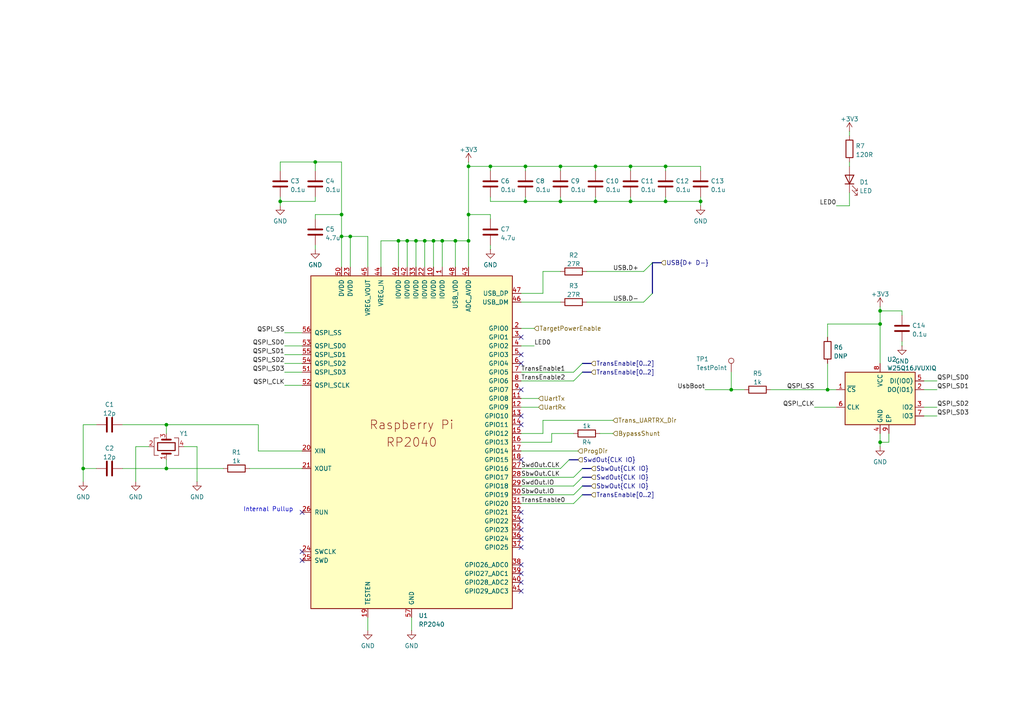
<source format=kicad_sch>
(kicad_sch (version 20231120) (generator "eeschema") (generator_version "8.0")
  (paper "A4")
  (lib_symbols
    (symbol "Connector:TestPoint" (pin_numbers hide) (pin_names (offset 0.762) hide)
      (property "Reference" "TP" (at 0 6.858 0))
      (property "Value" "TestPoint" (at 0 5.08 0))
      (symbol "TestPoint_0_1"
        (circle (center 0 3.302) (radius 0.762))
      )
      (symbol "TestPoint_1_1"
        (pin passive line (at 0 0 90) (length 2.54) (name "1") (number "1"))
      )
    )
    (symbol "Device:C" (pin_numbers hide) (pin_names (offset 0.254))
      (property "Reference" "C" (at 0.635 2.54 0))
      (property "Value" "C" (at 0.635 -2.54 0))
      (symbol "C_0_1"
        (polyline (pts (xy -2.032 -0.762) (xy 2.032 -0.762)) (stroke (width 0.508)))
        (polyline (pts (xy -2.032 0.762) (xy 2.032 0.762)) (stroke (width 0.508)))
      )
      (symbol "C_1_1"
        (pin passive line (at 0 3.81 270) (length 2.794) (name "~") (number "1"))
        (pin passive line (at 0 -3.81 90) (length 2.794) (name "~") (number "2"))
      )
    )
    (symbol "Device:Crystal_GND24" (pin_names (offset 1.016) hide)
      (property "Reference" "Y" (at 3.175 5.08 0))
      (property "Value" "Crystal_GND24" (at 3.175 3.175 0))
      (symbol "Crystal_GND24_0_1"
        (rectangle (start -1.143 2.54) (end 1.143 -2.54) (stroke (width 0.3048)))
        (polyline (pts (xy -2.54 0) (xy -2.032 0)))
        (polyline (pts (xy -2.032 -1.27) (xy -2.032 1.27)) (stroke (width 0.508)))
        (polyline (pts (xy 0 -3.81) (xy 0 -3.556)))
        (polyline (pts (xy 0 3.556) (xy 0 3.81)))
        (polyline (pts (xy 2.032 -1.27) (xy 2.032 1.27)) (stroke (width 0.508)))
        (polyline (pts (xy 2.032 0) (xy 2.54 0)))
        (polyline (pts (xy -2.54 -2.286) (xy -2.54 -3.556) (xy 2.54 -3.556) (xy 2.54 -2.286)))
        (polyline (pts (xy -2.54 2.286) (xy -2.54 3.556) (xy 2.54 3.556) (xy 2.54 2.286)))
      )
      (symbol "Crystal_GND24_1_1"
        (pin passive line (at -3.81 0 0) (length 1.27) (name "1") (number "1"))
        (pin passive line (at 0 5.08 270) (length 1.27) (name "2") (number "2"))
        (pin passive line (at 3.81 0 180) (length 1.27) (name "3") (number "3"))
        (pin passive line (at 0 -5.08 90) (length 1.27) (name "4") (number "4"))
      )
    )
    (symbol "Device:LED" (pin_numbers hide) (pin_names (offset 1.016) hide)
      (property "Reference" "D" (at 0 2.54 0))
      (property "Value" "LED" (at 0 -2.54 0))
      (symbol "LED_0_1"
        (polyline (pts (xy -1.27 -1.27) (xy -1.27 1.27)) (stroke (width 0.254)))
        (polyline (pts (xy -1.27 0) (xy 1.27 0)))
        (polyline (pts (xy 1.27 -1.27) (xy 1.27 1.27) (xy -1.27 0) (xy 1.27 -1.27)) (stroke (width 0.254)))
        (polyline (pts (xy -3.048 -0.762) (xy -4.572 -2.286) (xy -3.81 -2.286) (xy -4.572 -2.286) (xy -4.572 -1.524)))
        (polyline (pts (xy -1.778 -0.762) (xy -3.302 -2.286) (xy -2.54 -2.286) (xy -3.302 -2.286) (xy -3.302 -1.524)))
      )
      (symbol "LED_1_1"
        (pin passive line (at -3.81 0 0) (length 2.54) (name "K") (number "1"))
        (pin passive line (at 3.81 0 180) (length 2.54) (name "A") (number "2"))
      )
    )
    (symbol "Device:R" (pin_numbers hide) (pin_names (offset 0))
      (property "Reference" "R" (at 2.032 0 90))
      (property "Value" "R" (at 0 0 90))
      (symbol "R_0_1"
        (rectangle (start -1.016 -2.54) (end 1.016 2.54) (stroke (width 0.254)))
      )
      (symbol "R_1_1"
        (pin passive line (at 0 3.81 270) (length 1.27) (name "~") (number "1"))
        (pin passive line (at 0 -3.81 90) (length 1.27) (name "~") (number "2"))
      )
    )
    (symbol "power:+3V3" (power) (pin_numbers hide) (pin_names (offset 0) hide)
      (property "Value" "+3V3" (at 0 3.556 0))
      (symbol "+3V3_0_1"
        (polyline (pts (xy -0.762 1.27) (xy 0 2.54)))
        (polyline (pts (xy 0 0) (xy 0 2.54)))
        (polyline (pts (xy 0 2.54) (xy 0.762 1.27)))
      )
      (symbol "+3V3_1_1"
        (pin power_in line (at 0 0 90) (length 0) (name "~") (number "1"))
      )
    )
    (symbol "power:GND" (power) (pin_numbers hide) (pin_names (offset 0) hide)
      (property "Value" "GND" (at 0 -3.81 0))
      (symbol "GND_0_1"
        (polyline (pts (xy 0 0) (xy 0 -1.27) (xy 1.27 -1.27) (xy 0 -2.54) (xy -1.27 -1.27) (xy 0 -1.27)))
      )
      (symbol "GND_1_1"
        (pin power_in line (at 0 0 270) (length 0) (name "~") (number "1"))
      )
    )
    (symbol "voltix:RP2040" (pin_names (offset 1.016))
      (property "Reference" "U" (at -29.21 49.53 0))
      (property "Value" "RP2040" (at 24.13 -49.53 0))
      (symbol "RP2040_0_0"
        (text "Raspberry Pi" (at 0 5.08 0) (effects (font (size 2.54 2.54))))
        (text "RP2040" (at 0 0 0) (effects (font (size 2.54 2.54))))
      )
      (symbol "RP2040_0_1"
        (rectangle (start 29.21 48.26) (end -29.21 -48.26) (stroke (width 0.254)) (fill (type background)))
      )
      (symbol "RP2040_1_1"
        (pin power_in line (at 8.89 50.8 270) (length 2.54) (name "IOVDD") (number "1"))
        (pin power_in line (at 6.35 50.8 270) (length 2.54) (name "IOVDD") (number "10"))
        (pin bidirectional line (at 31.75 12.7 180) (length 2.54) (name "GPIO8") (number "11"))
        (pin bidirectional line (at 31.75 10.16 180) (length 2.54) (name "GPIO9") (number "12"))
        (pin bidirectional line (at 31.75 7.62 180) (length 2.54) (name "GPIO10") (number "13"))
        (pin bidirectional line (at 31.75 5.08 180) (length 2.54) (name "GPIO11") (number "14"))
        (pin bidirectional line (at 31.75 2.54 180) (length 2.54) (name "GPIO12") (number "15"))
        (pin bidirectional line (at 31.75 0 180) (length 2.54) (name "GPIO13") (number "16"))
        (pin bidirectional line (at 31.75 -2.54 180) (length 2.54) (name "GPIO14") (number "17"))
        (pin bidirectional line (at 31.75 -5.08 180) (length 2.54) (name "GPIO15") (number "18"))
        (pin passive line (at -12.7 -50.8 90) (length 2.54) (name "TESTEN") (number "19"))
        (pin bidirectional line (at 31.75 33.02 180) (length 2.54) (name "GPIO0") (number "2"))
        (pin input line (at -31.75 -2.54 0) (length 2.54) (name "XIN") (number "20"))
        (pin passive line (at -31.75 -7.62 0) (length 2.54) (name "XOUT") (number "21"))
        (pin power_in line (at 3.81 50.8 270) (length 2.54) (name "IOVDD") (number "22"))
        (pin power_in line (at -17.78 50.8 270) (length 2.54) (name "DVDD") (number "23"))
        (pin output line (at -31.75 -31.75 0) (length 2.54) (name "SWCLK") (number "24"))
        (pin bidirectional line (at -31.75 -34.29 0) (length 2.54) (name "SWD") (number "25"))
        (pin input line (at -31.75 -20.32 0) (length 2.54) (name "RUN") (number "26"))
        (pin bidirectional line (at 31.75 -7.62 180) (length 2.54) (name "GPIO16") (number "27"))
        (pin bidirectional line (at 31.75 -10.16 180) (length 2.54) (name "GPIO17") (number "28"))
        (pin bidirectional line (at 31.75 -12.7 180) (length 2.54) (name "GPIO18") (number "29"))
        (pin bidirectional line (at 31.75 30.48 180) (length 2.54) (name "GPIO1") (number "3"))
        (pin bidirectional line (at 31.75 -15.24 180) (length 2.54) (name "GPIO19") (number "30"))
        (pin bidirectional line (at 31.75 -17.78 180) (length 2.54) (name "GPIO20") (number "31"))
        (pin bidirectional line (at 31.75 -20.32 180) (length 2.54) (name "GPIO21") (number "32"))
        (pin power_in line (at 1.27 50.8 270) (length 2.54) (name "IOVDD") (number "33"))
        (pin bidirectional line (at 31.75 -22.86 180) (length 2.54) (name "GPIO22") (number "34"))
        (pin bidirectional line (at 31.75 -25.4 180) (length 2.54) (name "GPIO23") (number "35"))
        (pin bidirectional line (at 31.75 -27.94 180) (length 2.54) (name "GPIO24") (number "36"))
        (pin bidirectional line (at 31.75 -30.48 180) (length 2.54) (name "GPIO25") (number "37"))
        (pin bidirectional line (at 31.75 -35.56 180) (length 2.54) (name "GPIO26_ADC0") (number "38"))
        (pin bidirectional line (at 31.75 -38.1 180) (length 2.54) (name "GPIO27_ADC1") (number "39"))
        (pin bidirectional line (at 31.75 27.94 180) (length 2.54) (name "GPIO2") (number "4"))
        (pin bidirectional line (at 31.75 -40.64 180) (length 2.54) (name "GPIO28_ADC2") (number "40"))
        (pin bidirectional line (at 31.75 -43.18 180) (length 2.54) (name "GPIO29_ADC3") (number "41"))
        (pin power_in line (at -1.27 50.8 270) (length 2.54) (name "IOVDD") (number "42"))
        (pin power_in line (at 16.51 50.8 270) (length 2.54) (name "ADC_AVDD") (number "43"))
        (pin power_in line (at -8.89 50.8 270) (length 2.54) (name "VREG_IN") (number "44"))
        (pin power_out line (at -12.7 50.8 270) (length 2.54) (name "VREG_VOUT") (number "45"))
        (pin bidirectional line (at 31.75 40.64 180) (length 2.54) (name "USB_DM") (number "46"))
        (pin bidirectional line (at 31.75 43.18 180) (length 2.54) (name "USB_DP") (number "47"))
        (pin power_in line (at 12.7 50.8 270) (length 2.54) (name "USB_VDD") (number "48"))
        (pin power_in line (at -3.81 50.8 270) (length 2.54) (name "IOVDD") (number "49"))
        (pin bidirectional line (at 31.75 25.4 180) (length 2.54) (name "GPIO3") (number "5"))
        (pin power_in line (at -20.32 50.8 270) (length 2.54) (name "DVDD") (number "50"))
        (pin bidirectional line (at -31.75 20.32 0) (length 2.54) (name "QSPI_SD3") (number "51"))
        (pin output line (at -31.75 16.51 0) (length 2.54) (name "QSPI_SCLK") (number "52"))
        (pin bidirectional line (at -31.75 27.94 0) (length 2.54) (name "QSPI_SD0") (number "53"))
        (pin bidirectional line (at -31.75 22.86 0) (length 2.54) (name "QSPI_SD2") (number "54"))
        (pin bidirectional line (at -31.75 25.4 0) (length 2.54) (name "QSPI_SD1") (number "55"))
        (pin bidirectional line (at -31.75 31.75 0) (length 2.54) (name "QSPI_SS") (number "56"))
        (pin power_in line (at 0 -50.8 90) (length 2.54) (name "GND") (number "57"))
        (pin bidirectional line (at 31.75 22.86 180) (length 2.54) (name "GPIO4") (number "6"))
        (pin bidirectional line (at 31.75 20.32 180) (length 2.54) (name "GPIO5") (number "7"))
        (pin bidirectional line (at 31.75 17.78 180) (length 2.54) (name "GPIO6") (number "8"))
        (pin bidirectional line (at 31.75 15.24 180) (length 2.54) (name "GPIO7") (number "9"))
      )
    )
    (symbol "voltix:W25Q16JVUXIQ"
      (property "Reference" "U" (at -8.89 8.89 0))
      (property "Value" "W25Q16JVUXIQ" (at 7.62 8.89 0))
      (symbol "W25Q16JVUXIQ_0_1"
        (rectangle (start -10.16 7.62) (end 10.16 -7.62) (stroke (width 0.254)) (fill (type background)))
      )
      (symbol "W25Q16JVUXIQ_1_1"
        (pin input line (at -12.7 2.54 0) (length 2.54) (name "~{CS}") (number "1"))
        (pin bidirectional line (at 12.7 2.54 180) (length 2.54) (name "DO(IO1)") (number "2"))
        (pin bidirectional line (at 12.7 -2.54 180) (length 2.54) (name "IO2") (number "3"))
        (pin power_in line (at 0 -10.16 90) (length 2.54) (name "GND") (number "4"))
        (pin bidirectional line (at 12.7 5.08 180) (length 2.54) (name "DI(IO0)") (number "5"))
        (pin input line (at -12.7 -2.54 0) (length 2.54) (name "CLK") (number "6"))
        (pin bidirectional line (at 12.7 -5.08 180) (length 2.54) (name "IO3") (number "7"))
        (pin power_in line (at 0 10.16 270) (length 2.54) (name "VCC") (number "8"))
        (pin passive line (at 2.54 -10.16 90) (length 2.54) (name "EP") (number "9"))
      )
    )
  )
  (junction (at 135.89 69.85))
  (junction (at 142.24 48.26))
  (junction (at 152.4 48.26))
  (junction (at 212.09 113.03))
  (junction (at 203.2 58.42))
  (junction (at 132.08 69.85))
  (junction (at 255.27 128.27))
  (junction (at 48.26 135.89))
  (junction (at 123.19 69.85))
  (junction (at 255.27 93.98))
  (junction (at 162.56 48.26))
  (junction (at 135.89 48.26))
  (junction (at 91.44 46.99))
  (junction (at 128.27 69.85))
  (junction (at 120.65 69.85))
  (junction (at 99.06 68.58))
  (junction (at 48.26 123.19))
  (junction (at 81.28 58.42))
  (junction (at 255.27 90.17))
  (junction (at 118.11 69.85))
  (junction (at 193.04 48.26))
  (junction (at 24.13 135.89))
  (junction (at 182.88 48.26))
  (junction (at 240.03 113.03))
  (junction (at 172.72 58.42))
  (junction (at 125.73 69.85))
  (junction (at 172.72 48.26))
  (junction (at 162.56 58.42))
  (junction (at 152.4 58.42))
  (junction (at 99.06 62.23))
  (junction (at 182.88 58.42))
  (junction (at 115.57 69.85))
  (junction (at 101.6 68.58))
  (junction (at 193.04 58.42))
  (junction (at 135.89 62.23))
  (no_connect (at 151.13 97.79))
  (no_connect (at 151.13 166.37))
  (no_connect (at 151.13 113.03))
  (no_connect (at 151.13 151.13))
  (no_connect (at 87.63 162.56))
  (no_connect (at 151.13 123.19))
  (no_connect (at 151.13 133.35))
  (no_connect (at 151.13 148.59))
  (no_connect (at 151.13 105.41))
  (no_connect (at 151.13 171.45))
  (no_connect (at 151.13 163.83))
  (no_connect (at 87.63 148.59))
  (no_connect (at 87.63 160.02))
  (no_connect (at 151.13 153.67))
  (no_connect (at 151.13 168.91))
  (no_connect (at 151.13 102.87))
  (no_connect (at 151.13 158.75))
  (no_connect (at 151.13 120.65))
  (no_connect (at 151.13 156.21))
  (bus_entry (at 189.23 85.09) (size -2.54 2.54))
  (bus_entry (at 168.91 143.51) (size -2.54 2.54))
  (bus_entry (at 168.91 105.41) (size -2.54 2.54))
  (bus_entry (at 165.1 133.35) (size -2.54 2.54))
  (bus_entry (at 168.91 107.95) (size -2.54 2.54))
  (bus_entry (at 168.91 140.97) (size -2.54 2.54))
  (bus_entry (at 168.91 138.43) (size -2.54 2.54))
  (bus_entry (at 189.23 76.2) (size -2.54 2.54))
  (bus_entry (at 168.91 135.89) (size -2.54 2.54))
  (wire (pts (xy 151.13 140.97) (xy 166.37 140.97)))
  (wire (pts (xy 135.89 69.85) (xy 135.89 77.47)))
  (wire (pts (xy 48.26 125.73) (xy 48.26 123.19)))
  (wire (pts (xy 255.27 88.9) (xy 255.27 90.17)))
  (wire (pts (xy 142.24 71.12) (xy 142.24 72.39)))
  (wire (pts (xy 151.13 95.25) (xy 154.94 95.25)))
  (wire (pts (xy 182.88 48.26) (xy 172.72 48.26)))
  (wire (pts (xy 101.6 77.47) (xy 101.6 68.58)))
  (wire (pts (xy 125.73 69.85) (xy 125.73 77.47)))
  (wire (pts (xy 91.44 71.12) (xy 91.44 72.39)))
  (wire (pts (xy 120.65 69.85) (xy 120.65 77.47)))
  (wire (pts (xy 151.13 107.95) (xy 166.37 107.95)))
  (wire (pts (xy 91.44 46.99) (xy 91.44 49.53)))
  (wire (pts (xy 255.27 125.73) (xy 255.27 128.27)))
  (wire (pts (xy 246.38 38.1) (xy 246.38 39.37)))
  (wire (pts (xy 119.38 179.07) (xy 119.38 182.88)))
  (wire (pts (xy 255.27 93.98) (xy 255.27 105.41)))
  (bus (pts (xy 168.91 105.41) (xy 171.45 105.41)))
  (wire (pts (xy 43.18 129.54) (xy 39.37 129.54)))
  (wire (pts (xy 157.48 85.09) (xy 151.13 85.09)))
  (wire (pts (xy 193.04 49.53) (xy 193.04 48.26)))
  (wire (pts (xy 267.97 113.03) (xy 271.78 113.03)))
  (bus (pts (xy 168.91 107.95) (xy 171.45 107.95)))
  (wire (pts (xy 82.55 105.41) (xy 87.63 105.41)))
  (wire (pts (xy 160.02 128.27) (xy 160.02 125.73)))
  (wire (pts (xy 212.09 107.95) (xy 212.09 113.03)))
  (bus (pts (xy 168.91 140.97) (xy 171.45 140.97)))
  (wire (pts (xy 91.44 57.15) (xy 91.44 58.42)))
  (wire (pts (xy 170.18 78.74) (xy 186.69 78.74)))
  (wire (pts (xy 57.15 129.54) (xy 57.15 139.7)))
  (wire (pts (xy 172.72 58.42) (xy 182.88 58.42)))
  (wire (pts (xy 132.08 69.85) (xy 135.89 69.85)))
  (wire (pts (xy 24.13 139.7) (xy 24.13 135.89)))
  (wire (pts (xy 142.24 48.26) (xy 135.89 48.26)))
  (wire (pts (xy 142.24 49.53) (xy 142.24 48.26)))
  (wire (pts (xy 132.08 69.85) (xy 132.08 77.47)))
  (wire (pts (xy 142.24 58.42) (xy 152.4 58.42)))
  (wire (pts (xy 135.89 46.99) (xy 135.89 48.26)))
  (wire (pts (xy 152.4 57.15) (xy 152.4 58.42)))
  (wire (pts (xy 151.13 115.57) (xy 156.21 115.57)))
  (wire (pts (xy 39.37 129.54) (xy 39.37 139.7)))
  (wire (pts (xy 142.24 63.5) (xy 142.24 62.23)))
  (wire (pts (xy 240.03 97.79) (xy 240.03 93.98)))
  (wire (pts (xy 123.19 69.85) (xy 125.73 69.85)))
  (wire (pts (xy 48.26 123.19) (xy 35.56 123.19)))
  (wire (pts (xy 142.24 57.15) (xy 142.24 58.42)))
  (wire (pts (xy 193.04 48.26) (xy 182.88 48.26)))
  (bus (pts (xy 168.91 143.51) (xy 171.45 143.51)))
  (wire (pts (xy 152.4 58.42) (xy 162.56 58.42)))
  (wire (pts (xy 35.56 135.89) (xy 48.26 135.89)))
  (wire (pts (xy 240.03 113.03) (xy 242.57 113.03)))
  (wire (pts (xy 162.56 57.15) (xy 162.56 58.42)))
  (wire (pts (xy 151.13 118.11) (xy 156.21 118.11)))
  (wire (pts (xy 257.81 125.73) (xy 257.81 128.27)))
  (wire (pts (xy 246.38 46.99) (xy 246.38 48.26)))
  (wire (pts (xy 257.81 128.27) (xy 255.27 128.27)))
  (wire (pts (xy 123.19 69.85) (xy 123.19 77.47)))
  (wire (pts (xy 162.56 78.74) (xy 157.48 78.74)))
  (wire (pts (xy 261.62 91.44) (xy 261.62 90.17)))
  (wire (pts (xy 91.44 62.23) (xy 99.06 62.23)))
  (wire (pts (xy 223.52 113.03) (xy 240.03 113.03)))
  (wire (pts (xy 151.13 143.51) (xy 166.37 143.51)))
  (wire (pts (xy 128.27 69.85) (xy 132.08 69.85)))
  (wire (pts (xy 151.13 128.27) (xy 160.02 128.27)))
  (wire (pts (xy 74.93 130.81) (xy 74.93 123.19)))
  (wire (pts (xy 203.2 49.53) (xy 203.2 48.26)))
  (wire (pts (xy 48.26 135.89) (xy 64.77 135.89)))
  (bus (pts (xy 191.77 76.2) (xy 189.23 76.2)))
  (wire (pts (xy 236.22 118.11) (xy 242.57 118.11)))
  (wire (pts (xy 99.06 46.99) (xy 99.06 62.23)))
  (bus (pts (xy 165.1 133.35) (xy 167.64 133.35)))
  (wire (pts (xy 157.48 125.73) (xy 151.13 125.73)))
  (wire (pts (xy 101.6 68.58) (xy 99.06 68.58)))
  (wire (pts (xy 82.55 111.76) (xy 87.63 111.76)))
  (wire (pts (xy 48.26 135.89) (xy 48.26 133.35)))
  (wire (pts (xy 91.44 46.99) (xy 99.06 46.99)))
  (wire (pts (xy 72.39 135.89) (xy 87.63 135.89)))
  (wire (pts (xy 81.28 57.15) (xy 81.28 58.42)))
  (bus (pts (xy 168.91 135.89) (xy 171.45 135.89)))
  (wire (pts (xy 53.34 129.54) (xy 57.15 129.54)))
  (wire (pts (xy 157.48 121.92) (xy 157.48 125.73)))
  (wire (pts (xy 110.49 77.47) (xy 110.49 69.85)))
  (wire (pts (xy 182.88 57.15) (xy 182.88 58.42)))
  (wire (pts (xy 135.89 48.26) (xy 135.89 62.23)))
  (wire (pts (xy 193.04 57.15) (xy 193.04 58.42)))
  (wire (pts (xy 255.27 90.17) (xy 255.27 93.98)))
  (wire (pts (xy 152.4 48.26) (xy 142.24 48.26)))
  (wire (pts (xy 172.72 57.15) (xy 172.72 58.42)))
  (wire (pts (xy 182.88 49.53) (xy 182.88 48.26)))
  (wire (pts (xy 82.55 100.33) (xy 87.63 100.33)))
  (wire (pts (xy 24.13 135.89) (xy 24.13 123.19)))
  (wire (pts (xy 203.2 48.26) (xy 193.04 48.26)))
  (wire (pts (xy 182.88 58.42) (xy 193.04 58.42)))
  (wire (pts (xy 151.13 87.63) (xy 162.56 87.63)))
  (wire (pts (xy 240.03 105.41) (xy 240.03 113.03)))
  (wire (pts (xy 82.55 96.52) (xy 87.63 96.52)))
  (wire (pts (xy 142.24 62.23) (xy 135.89 62.23)))
  (wire (pts (xy 24.13 123.19) (xy 27.94 123.19)))
  (wire (pts (xy 106.68 68.58) (xy 101.6 68.58)))
  (wire (pts (xy 82.55 107.95) (xy 87.63 107.95)))
  (wire (pts (xy 162.56 49.53) (xy 162.56 48.26)))
  (wire (pts (xy 106.68 179.07) (xy 106.68 182.88)))
  (wire (pts (xy 128.27 69.85) (xy 128.27 77.47)))
  (wire (pts (xy 267.97 120.65) (xy 271.78 120.65)))
  (wire (pts (xy 91.44 63.5) (xy 91.44 62.23)))
  (wire (pts (xy 48.26 123.19) (xy 74.93 123.19)))
  (wire (pts (xy 152.4 48.26) (xy 162.56 48.26)))
  (wire (pts (xy 240.03 93.98) (xy 255.27 93.98)))
  (wire (pts (xy 193.04 58.42) (xy 203.2 58.42)))
  (wire (pts (xy 115.57 69.85) (xy 115.57 77.47)))
  (wire (pts (xy 160.02 125.73) (xy 166.37 125.73)))
  (wire (pts (xy 118.11 69.85) (xy 118.11 77.47)))
  (bus (pts (xy 189.23 76.2) (xy 189.23 85.09)))
  (wire (pts (xy 87.63 130.81) (xy 74.93 130.81)))
  (wire (pts (xy 255.27 128.27) (xy 255.27 129.54)))
  (wire (pts (xy 151.13 100.33) (xy 154.94 100.33)))
  (wire (pts (xy 82.55 102.87) (xy 87.63 102.87)))
  (wire (pts (xy 118.11 69.85) (xy 120.65 69.85)))
  (wire (pts (xy 115.57 69.85) (xy 118.11 69.85)))
  (wire (pts (xy 91.44 58.42) (xy 81.28 58.42)))
  (wire (pts (xy 135.89 62.23) (xy 135.89 69.85)))
  (wire (pts (xy 242.57 59.69) (xy 246.38 59.69)))
  (wire (pts (xy 99.06 77.47) (xy 99.06 68.58)))
  (wire (pts (xy 157.48 78.74) (xy 157.48 85.09)))
  (wire (pts (xy 151.13 130.81) (xy 167.64 130.81)))
  (wire (pts (xy 110.49 69.85) (xy 115.57 69.85)))
  (wire (pts (xy 170.18 87.63) (xy 186.69 87.63)))
  (wire (pts (xy 152.4 49.53) (xy 152.4 48.26)))
  (wire (pts (xy 261.62 90.17) (xy 255.27 90.17)))
  (bus (pts (xy 168.91 138.43) (xy 171.45 138.43)))
  (wire (pts (xy 151.13 135.89) (xy 162.56 135.89)))
  (wire (pts (xy 261.62 99.06) (xy 261.62 100.33)))
  (wire (pts (xy 172.72 48.26) (xy 162.56 48.26)))
  (wire (pts (xy 246.38 55.88) (xy 246.38 59.69)))
  (wire (pts (xy 203.2 58.42) (xy 203.2 59.69)))
  (wire (pts (xy 99.06 62.23) (xy 99.06 68.58)))
  (wire (pts (xy 267.97 118.11) (xy 271.78 118.11)))
  (wire (pts (xy 172.72 49.53) (xy 172.72 48.26)))
  (wire (pts (xy 267.97 110.49) (xy 271.78 110.49)))
  (wire (pts (xy 173.99 125.73) (xy 177.8 125.73)))
  (wire (pts (xy 212.09 113.03) (xy 215.9 113.03)))
  (wire (pts (xy 203.2 57.15) (xy 203.2 58.42)))
  (wire (pts (xy 177.8 121.92) (xy 157.48 121.92)))
  (wire (pts (xy 151.13 110.49) (xy 166.37 110.49)))
  (wire (pts (xy 151.13 138.43) (xy 166.37 138.43)))
  (wire (pts (xy 120.65 69.85) (xy 123.19 69.85)))
  (wire (pts (xy 151.13 146.05) (xy 166.37 146.05)))
  (wire (pts (xy 106.68 77.47) (xy 106.68 68.58)))
  (wire (pts (xy 81.28 58.42) (xy 81.28 59.69)))
  (wire (pts (xy 81.28 46.99) (xy 91.44 46.99)))
  (wire (pts (xy 162.56 58.42) (xy 172.72 58.42)))
  (wire (pts (xy 125.73 69.85) (xy 128.27 69.85)))
  (wire (pts (xy 24.13 135.89) (xy 27.94 135.89)))
  (wire (pts (xy 81.28 49.53) (xy 81.28 46.99)))
  (wire (pts (xy 204.47 113.03) (xy 212.09 113.03)))
  (text "Internal Pullup" (at 85.09 148.59 0) (effects (font (size 1.27 1.27)) (justify right bottom)))
  (label "QSPI_SD2" (at 271.78 118.11 0))
  (label "QSPI_SD2" (at 82.55 105.41 180))
  (label "USB.D+" (at 177.8 78.74 0))
  (label "TransEnable2" (at 151.13 110.49 0))
  (label "SbwOut.IO" (at 151.13 143.51 0))
  (label "QSPI_CLK" (at 236.22 118.11 180))
  (label "QSPI_SD3" (at 271.78 120.65 0))
  (label "QSPI_SS" (at 82.55 96.52 180))
  (label "SbwOut.CLK" (at 151.13 138.43 0))
  (label "TransEnable1" (at 151.13 107.95 0))
  (label "UsbBoot" (at 204.47 113.03 180))
  (label "QSPI_SD1" (at 271.78 113.03 0))
  (label "SwdOut.CLK" (at 151.13 135.89 0))
  (label "SwdOut.IO" (at 151.13 140.97 0))
  (label "QSPI_SD3" (at 82.55 107.95 180))
  (label "QSPI_SD1" (at 82.55 102.87 180))
  (label "QSPI_SD0" (at 82.55 100.33 180))
  (label "LED0" (at 154.94 100.33 0))
  (label "LED0" (at 242.57 59.69 180))
  (label "QSPI_SD0" (at 271.78 110.49 0))
  (label "QSPI_CLK" (at 82.55 111.76 180))
  (label "USB.D-" (at 177.8 87.63 0))
  (label "QSPI_SS" (at 236.22 113.03 180))
  (label "TransEnable0" (at 151.13 146.05 0))
  (hierarchical_label "TransEnable[0..2]" (shape input) (at 171.45 143.51 0))
  (hierarchical_label "SbwOut{CLK IO}" (shape input) (at 171.45 135.89 0))
  (hierarchical_label "ProgDir" (shape input) (at 167.64 130.81 0))
  (hierarchical_label "UartRx" (shape input) (at 156.21 118.11 0))
  (hierarchical_label "TargetPowerEnable" (shape input) (at 154.94 95.25 0))
  (hierarchical_label "TransEnable[0..2]" (shape input) (at 171.45 105.41 0))
  (hierarchical_label "Trans_UARTRX_Dir" (shape input) (at 177.8 121.92 0))
  (hierarchical_label "UartTx" (shape input) (at 156.21 115.57 0))
  (hierarchical_label "SwdOut{CLK IO}" (shape input) (at 167.64 133.35 0))
  (hierarchical_label "TransEnable[0..2]" (shape input) (at 171.45 107.95 0))
  (hierarchical_label "BypassShunt" (shape input) (at 177.8 125.73 0))
  (hierarchical_label "SwdOut{CLK IO}" (shape input) (at 171.45 138.43 0))
  (hierarchical_label "SbwOut{CLK IO}" (shape input) (at 171.45 140.97 0))
  (hierarchical_label "USB{D+ D-}" (shape input) (at 191.77 76.2 0))
  (symbol (lib_id "Device:C") (at 142.24 53.34 0) (unit 1)
    (property "Reference" "C6" (at 145.161 52.5053 0) (effects (justify left)))
    (property "Value" "0.1u" (at 145.161 55.0422 0) (effects (justify left)))
    (property "Footprint" "Capacitor_SMD:C_0402_1005Metric" (effects (hide yes)))
    (property "Description" "CAP CER 0.1UF 25V X5R 0402" (effects (hide yes)))
    (property "MPN" "CL05A104KA5NNNC" (effects (hide yes)))
  )
  (symbol (lib_id "power:+3V3") (at 135.89 46.99 0) (unit 1)
    (property "Reference" "#PWR08" (effects (hide yes)))
    (property "Value" "+3V3" (at 135.89 43.4142 0))
    (property "Description" "Power symbol creates a global label with name \"+3V3\"" (effects (hide yes)))
  )
  (symbol (lib_id "Device:R") (at 166.37 87.63 90) (unit 1)
    (property "Reference" "R3" (at 166.37 82.9142 90))
    (property "Value" "27R" (at 166.37 85.4511 90))
    (property "Footprint" "Resistor_SMD:R_0402_1005Metric" (effects (hide yes)))
    (property "Description" "RES SMD 27 OHM 1% 1/16W 0402" (effects (hide yes)))
    (property "MPN" "CR0402-FX-27R0GLF" (effects (hide yes)))
  )
  (symbol (lib_id "power:GND") (at 106.68 182.88 0) (unit 1)
    (property "Reference" "#PWR06" (effects (hide yes)))
    (property "Value" "GND" (at 106.68 187.3234 0))
    (property "Description" "Power symbol creates a global label with name \"GND\" , ground" (effects (hide yes)))
  )
  (symbol (lib_id "Device:LED") (at 246.38 52.07 90) (unit 1)
    (property "Reference" "D1" (at 249.301 52.8228 90) (effects (justify right)))
    (property "Value" "LED" (at 249.301 55.3597 90) (effects (justify right)))
    (property "Footprint" "LED_SMD:LED_0402_1005Metric" (effects (hide yes)))
    (property "Description" "LED GREEN CLEAR 0402 SMD" (effects (hide yes)))
    (property "MPN" "QBLP595-AG1" (effects (hide yes)))
  )
  (symbol (lib_id "Device:Crystal_GND24") (at 48.26 129.54 90) (unit 1)
    (property "Reference" "Y1" (at 53.34 125.73 90))
    (property "Value" "Crystal_GND24" (effects (hide yes)))
    (property "Footprint" "voltix:RALTRON_RH100" (effects (hide yes)))
    (property "Description" "CRYSTAL 12.0MHZ 18PF SMD" (effects (hide yes)))
    (property "MPN" "RH100-12.000-18-2030-TR" (effects (hide yes)))
  )
  (symbol (lib_id "Device:R") (at 170.18 125.73 90) (unit 1)
    (property "Reference" "R4" (at 170.18 128.27 90))
    (property "Value" "1k" (at 170.18 123.5511 90))
    (property "Footprint" "Resistor_SMD:R_0402_1005Metric" (effects (hide yes)))
    (property "Description" "RES 1K OHM 1% 1/16W 0402" (effects (hide yes)))
    (property "MPN" "WR04X1001FTL" (effects (hide yes)))
  )
  (symbol (lib_id "voltix:RP2040") (at 119.38 128.27 0) (unit 1)
    (property "Reference" "U1" (at 121.3994 178.5604 0) (effects (justify left)))
    (property "Value" "RP2040" (at 121.3994 181.0973 0) (effects (justify left)))
    (property "Footprint" "voltix:RP_RP2040" (effects (hide yes)))
    (property "Description" "IC MCU 32BIT EXT MEM 56QFN" (effects (hide yes)))
    (property "MPN" "SC0914(13)" (effects (hide yes)))
  )
  (symbol (lib_id "Device:C") (at 81.28 53.34 0) (unit 1)
    (property "Reference" "C3" (at 84.201 52.5053 0) (effects (justify left)))
    (property "Value" "0.1u" (at 84.201 55.0422 0) (effects (justify left)))
    (property "Footprint" "Capacitor_SMD:C_0402_1005Metric" (effects (hide yes)))
    (property "Description" "CAP CER 0.1UF 25V X5R 0402" (effects (hide yes)))
    (property "MPN" "CL05A104KA5NNNC" (effects (hide yes)))
  )
  (symbol (lib_id "Device:C") (at 91.44 53.34 0) (unit 1)
    (property "Reference" "C4" (at 94.361 52.5053 0) (effects (justify left)))
    (property "Value" "0.1u" (at 94.361 55.0422 0) (effects (justify left)))
    (property "Footprint" "Capacitor_SMD:C_0402_1005Metric" (effects (hide yes)))
    (property "Description" "CAP CER 0.1UF 25V X5R 0402" (effects (hide yes)))
    (property "MPN" "CL05A104KA5NNNC" (effects (hide yes)))
  )
  (symbol (lib_id "Connector:TestPoint") (at 212.09 107.95 0) (unit 1) (in_bom no)
    (property "Reference" "TP1" (at 201.93 104.1431 0) (effects (justify left)))
    (property "Value" "TestPoint" (at 201.93 106.68 0) (effects (justify left)))
    (property "Footprint" "TestPoint:TestPoint_Pad_D1.0mm" (effects (hide yes)))
  )
  (symbol (lib_id "power:+3V3") (at 255.27 88.9 0) (unit 1)
    (property "Reference" "#PWR012" (effects (hide yes)))
    (property "Value" "+3V3" (at 255.27 85.3242 0))
    (property "Description" "Power symbol creates a global label with name \"+3V3\"" (effects (hide yes)))
  )
  (symbol (lib_id "Device:R") (at 240.03 101.6 0) (unit 1)
    (property "Reference" "R6" (at 241.808 100.7653 0) (effects (justify left)))
    (property "Value" "DNP" (at 241.808 103.3022 0) (effects (justify left)))
    (property "Footprint" "Resistor_SMD:R_0402_1005Metric" (effects (hide yes)))
    (property "Description" "DO NOT PLACE" (effects (hide yes)))
  )
  (symbol (lib_id "power:+3V3") (at 246.38 38.1 0) (unit 1)
    (property "Reference" "#PWR011" (effects (hide yes)))
    (property "Value" "+3V3" (at 246.38 34.5242 0))
    (property "Description" "Power symbol creates a global label with name \"+3V3\"" (effects (hide yes)))
  )
  (symbol (lib_id "Device:C") (at 193.04 53.34 0) (unit 1)
    (property "Reference" "C12" (at 195.961 52.5053 0) (effects (justify left)))
    (property "Value" "0.1u" (at 195.961 55.0422 0) (effects (justify left)))
    (property "Footprint" "Capacitor_SMD:C_0402_1005Metric" (effects (hide yes)))
    (property "Description" "CAP CER 0.1UF 25V X5R 0402" (effects (hide yes)))
    (property "MPN" "CL05A104KA5NNNC" (effects (hide yes)))
  )
  (symbol (lib_id "power:GND") (at 142.24 72.39 0) (unit 1)
    (property "Reference" "#PWR09" (effects (hide yes)))
    (property "Value" "GND" (at 142.24 76.8334 0))
    (property "Description" "Power symbol creates a global label with name \"GND\" , ground" (effects (hide yes)))
  )
  (symbol (lib_id "Device:C") (at 31.75 123.19 90) (unit 1)
    (property "Reference" "C1" (at 31.75 117.3312 90))
    (property "Value" "12p" (at 31.75 119.8681 90))
    (property "Footprint" "Capacitor_SMD:C_0402_1005Metric" (effects (hide yes)))
    (property "Description" "CAP CER 12PF 50V C0G/NP0 0402" (effects (hide yes)))
    (property "MPN" "04025A120JAT2A" (effects (hide yes)))
  )
  (symbol (lib_id "Device:C") (at 91.44 67.31 0) (unit 1)
    (property "Reference" "C5" (at 94.361 66.4753 0) (effects (justify left)))
    (property "Value" "4.7u" (at 94.361 69.0122 0) (effects (justify left)))
    (property "Footprint" "Capacitor_SMD:C_0402_1005Metric" (effects (hide yes)))
    (property "Description" "CAP CER 4.7UF 10V X5R 0402" (effects (hide yes)))
    (property "MPN" "CL05A475MP5NRNC" (effects (hide yes)))
  )
  (symbol (lib_id "power:GND") (at 255.27 129.54 0) (unit 1)
    (property "Reference" "#PWR013" (effects (hide yes)))
    (property "Value" "GND" (at 255.27 133.9834 0))
    (property "Description" "Power symbol creates a global label with name \"GND\" , ground" (effects (hide yes)))
  )
  (symbol (lib_id "voltix:W25Q16JVUXIQ") (at 255.27 115.57 0) (unit 1)
    (property "Reference" "U2" (at 257.2894 104.2502 0) (effects (justify left)))
    (property "Value" "W25Q16JVUXIQ" (at 257.2894 106.7871 0) (effects (justify left)))
    (property "Footprint" "voltix:WB_UX8" (effects (hide yes)))
    (property "Datasheet" "https://www.winbond.com/resource-files/w25q16jv%20spi%20revh%2004082019%20plus.pdf" (effects (hide yes)))
    (property "Description" "16Mbit SPI NOR flash" (effects (hide yes)))
    (property "MPN" "W25Q16JVUXIQ" (effects (hide yes)))
  )
  (symbol (lib_id "power:GND") (at 57.15 139.7 0) (unit 1)
    (property "Reference" "#PWR03" (effects (hide yes)))
    (property "Value" "GND" (at 57.15 144.1434 0))
    (property "Description" "Power symbol creates a global label with name \"GND\" , ground" (effects (hide yes)))
  )
  (symbol (lib_id "Device:C") (at 172.72 53.34 0) (unit 1)
    (property "Reference" "C10" (at 175.641 52.5053 0) (effects (justify left)))
    (property "Value" "0.1u" (at 175.641 55.0422 0) (effects (justify left)))
    (property "Footprint" "Capacitor_SMD:C_0402_1005Metric" (effects (hide yes)))
    (property "Description" "CAP CER 0.1UF 25V X5R 0402" (effects (hide yes)))
    (property "MPN" "CL05A104KA5NNNC" (effects (hide yes)))
  )
  (symbol (lib_id "Device:C") (at 162.56 53.34 0) (unit 1)
    (property "Reference" "C9" (at 165.481 52.5053 0) (effects (justify left)))
    (property "Value" "0.1u" (at 165.481 55.0422 0) (effects (justify left)))
    (property "Footprint" "Capacitor_SMD:C_0402_1005Metric" (effects (hide yes)))
    (property "Description" "CAP CER 0.1UF 25V X5R 0402" (effects (hide yes)))
    (property "MPN" "CL05A104KA5NNNC" (effects (hide yes)))
  )
  (symbol (lib_id "Device:R") (at 219.71 113.03 90) (unit 1)
    (property "Reference" "R5" (at 219.71 108.3142 90))
    (property "Value" "1k" (at 219.71 110.8511 90))
    (property "Footprint" "Resistor_SMD:R_0402_1005Metric" (effects (hide yes)))
    (property "Description" "RES 1K OHM 1% 1/16W 0402" (effects (hide yes)))
    (property "MPN" "WR04X1001FTL" (effects (hide yes)))
  )
  (symbol (lib_id "Device:C") (at 31.75 135.89 270) (unit 1)
    (property "Reference" "C2" (at 31.75 130.0312 90))
    (property "Value" "12p" (at 31.75 132.5681 90))
    (property "Footprint" "Capacitor_SMD:C_0402_1005Metric" (effects (hide yes)))
    (property "Description" "CAP CER 12PF 50V C0G/NP0 0402" (effects (hide yes)))
    (property "MPN" "04025A120JAT2A" (effects (hide yes)))
  )
  (symbol (lib_id "power:GND") (at 39.37 139.7 0) (unit 1)
    (property "Reference" "#PWR02" (effects (hide yes)))
    (property "Value" "GND" (at 39.37 144.1434 0))
    (property "Description" "Power symbol creates a global label with name \"GND\" , ground" (effects (hide yes)))
  )
  (symbol (lib_id "Device:C") (at 182.88 53.34 0) (unit 1)
    (property "Reference" "C11" (at 185.801 52.5053 0) (effects (justify left)))
    (property "Value" "0.1u" (at 185.801 55.0422 0) (effects (justify left)))
    (property "Footprint" "Capacitor_SMD:C_0402_1005Metric" (effects (hide yes)))
    (property "Description" "CAP CER 0.1UF 25V X5R 0402" (effects (hide yes)))
    (property "MPN" "CL05A104KA5NNNC" (effects (hide yes)))
  )
  (symbol (lib_id "Device:C") (at 261.62 95.25 0) (unit 1)
    (property "Reference" "C14" (at 264.541 94.4153 0) (effects (justify left)))
    (property "Value" "0.1u" (at 264.541 96.9522 0) (effects (justify left)))
    (property "Footprint" "Capacitor_SMD:C_0402_1005Metric" (effects (hide yes)))
    (property "Description" "CAP CER 0.1UF 25V X5R 0402" (effects (hide yes)))
    (property "MPN" "CL05A104KA5NNNC" (effects (hide yes)))
  )
  (symbol (lib_id "Device:C") (at 142.24 67.31 0) (unit 1)
    (property "Reference" "C7" (at 145.161 66.4753 0) (effects (justify left)))
    (property "Value" "4.7u" (at 145.161 69.0122 0) (effects (justify left)))
    (property "Footprint" "Capacitor_SMD:C_0402_1005Metric" (effects (hide yes)))
    (property "Description" "CAP CER 4.7UF 10V X5R 0402" (effects (hide yes)))
    (property "MPN" "CL05A475MP5NRNC" (effects (hide yes)))
  )
  (symbol (lib_id "power:GND") (at 91.44 72.39 0) (unit 1)
    (property "Reference" "#PWR05" (effects (hide yes)))
    (property "Value" "GND" (at 91.44 76.8334 0))
    (property "Description" "Power symbol creates a global label with name \"GND\" , ground" (effects (hide yes)))
  )
  (symbol (lib_id "Device:R") (at 68.58 135.89 90) (unit 1)
    (property "Reference" "R1" (at 68.58 131.1742 90))
    (property "Value" "1k" (at 68.58 133.7111 90))
    (property "Footprint" "Resistor_SMD:R_0402_1005Metric" (effects (hide yes)))
    (property "Description" "RES 1K OHM 1% 1/16W 0402" (effects (hide yes)))
    (property "MPN" "WR04X1001FTL" (effects (hide yes)))
  )
  (symbol (lib_id "Device:R") (at 246.38 43.18 0) (unit 1)
    (property "Reference" "R7" (at 248.158 42.3453 0) (effects (justify left)))
    (property "Value" "120R" (at 248.158 44.8822 0) (effects (justify left)))
    (property "Footprint" "Resistor_SMD:R_0402_1005Metric" (effects (hide yes)))
    (property "Description" "RES SMD 120 OHM 1% 1/16W 0402" (effects (hide yes)))
    (property "MPN" "CR0402-FX-1200GLF" (effects (hide yes)))
  )
  (symbol (lib_id "Device:R") (at 166.37 78.74 90) (unit 1)
    (property "Reference" "R2" (at 166.37 74.0242 90))
    (property "Value" "27R" (at 166.37 76.5611 90))
    (property "Footprint" "Resistor_SMD:R_0402_1005Metric" (effects (hide yes)))
    (property "Description" "RES SMD 27 OHM 1% 1/16W 0402" (effects (hide yes)))
    (property "MPN" "CR0402-FX-27R0GLF" (effects (hide yes)))
  )
  (symbol (lib_id "power:GND") (at 261.62 100.33 0) (unit 1)
    (property "Reference" "#PWR014" (effects (hide yes)))
    (property "Value" "GND" (at 261.62 104.7734 0))
    (property "Description" "Power symbol creates a global label with name \"GND\" , ground" (effects (hide yes)))
  )
  (symbol (lib_id "power:GND") (at 119.38 182.88 0) (unit 1)
    (property "Reference" "#PWR07" (effects (hide yes)))
    (property "Value" "GND" (at 119.38 187.3234 0))
    (property "Description" "Power symbol creates a global label with name \"GND\" , ground" (effects (hide yes)))
  )
  (symbol (lib_id "power:GND") (at 24.13 139.7 0) (unit 1)
    (property "Reference" "#PWR01" (effects (hide yes)))
    (property "Value" "GND" (at 24.13 144.1434 0))
    (property "Description" "Power symbol creates a global label with name \"GND\" , ground" (effects (hide yes)))
  )
  (symbol (lib_id "power:GND") (at 203.2 59.69 0) (unit 1)
    (property "Reference" "#PWR010" (effects (hide yes)))
    (property "Value" "GND" (at 203.2 64.1334 0))
    (property "Description" "Power symbol creates a global label with name \"GND\" , ground" (effects (hide yes)))
  )
  (symbol (lib_id "Device:C") (at 152.4 53.34 0) (unit 1)
    (property "Reference" "C8" (at 155.321 52.5053 0) (effects (justify left)))
    (property "Value" "0.1u" (at 155.321 55.0422 0) (effects (justify left)))
    (property "Footprint" "Capacitor_SMD:C_0402_1005Metric" (effects (hide yes)))
    (property "Description" "CAP CER 0.1UF 25V X5R 0402" (effects (hide yes)))
    (property "MPN" "CL05A104KA5NNNC" (effects (hide yes)))
  )
  (symbol (lib_id "Device:C") (at 203.2 53.34 0) (unit 1)
    (property "Reference" "C13" (at 206.121 52.5053 0) (effects (justify left)))
    (property "Value" "0.1u" (at 206.121 55.0422 0) (effects (justify left)))
    (property "Footprint" "Capacitor_SMD:C_0402_1005Metric" (effects (hide yes)))
    (property "Description" "CAP CER 0.1UF 25V X5R 0402" (effects (hide yes)))
    (property "MPN" "CL05A104KA5NNNC" (effects (hide yes)))
  )
  (symbol (lib_id "power:GND") (at 81.28 59.69 0) (unit 1)
    (property "Reference" "#PWR04" (effects (hide yes)))
    (property "Value" "GND" (at 81.28 64.1334 0))
    (property "Description" "Power symbol creates a global label with name \"GND\" , ground" (effects (hide yes)))
  )
)
</source>
